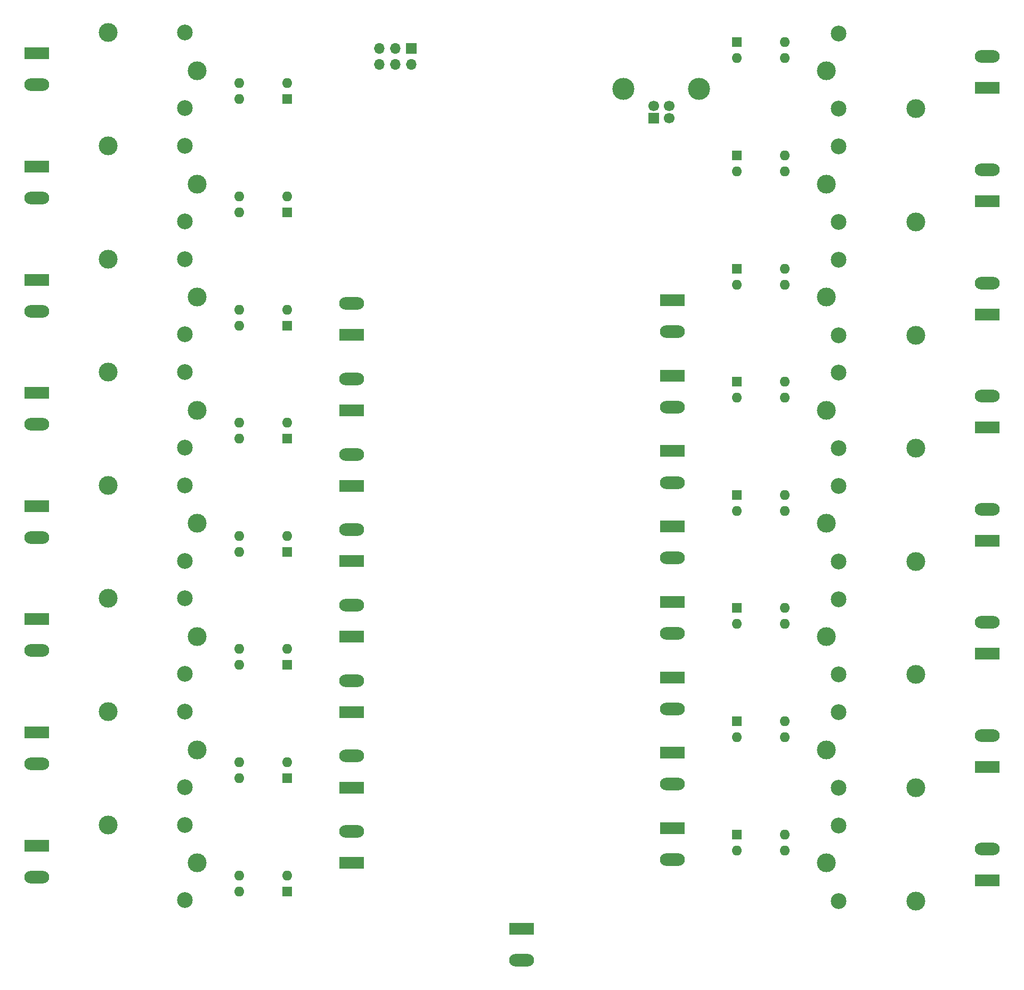
<source format=gbr>
%TF.GenerationSoftware,KiCad,Pcbnew,(6.0.7-1)-1*%
%TF.CreationDate,2023-01-13T01:44:41+01:00*%
%TF.ProjectId,Astraveus_Testtech,41737472-6176-4657-9573-5f5465737474,0.1*%
%TF.SameCoordinates,Original*%
%TF.FileFunction,Soldermask,Bot*%
%TF.FilePolarity,Negative*%
%FSLAX46Y46*%
G04 Gerber Fmt 4.6, Leading zero omitted, Abs format (unit mm)*
G04 Created by KiCad (PCBNEW (6.0.7-1)-1) date 2023-01-13 01:44:41*
%MOMM*%
%LPD*%
G01*
G04 APERTURE LIST*
%ADD10R,3.960000X1.980000*%
%ADD11O,3.960000X1.980000*%
%ADD12C,3.000000*%
%ADD13C,2.500000*%
%ADD14R,1.600000X1.600000*%
%ADD15O,1.600000X1.600000*%
%ADD16R,1.700000X1.700000*%
%ADD17C,1.700000*%
%ADD18C,3.500000*%
%ADD19O,1.700000X1.700000*%
G04 APERTURE END LIST*
D10*
%TO.C,J27*%
X180750000Y-120750000D03*
D11*
X180750000Y-115750000D03*
%TD*%
D10*
%TO.C,J9*%
X130718750Y-124500000D03*
D11*
X130718750Y-129500000D03*
%TD*%
D12*
%TO.C,K11*%
X55250000Y-154000000D03*
D13*
X53300000Y-147950000D03*
D12*
X41100000Y-147950000D03*
D13*
X53300000Y-159950000D03*
%TD*%
D10*
%TO.C,J26*%
X29750000Y-115250000D03*
D11*
X29750000Y-120250000D03*
%TD*%
D10*
%TO.C,J5*%
X130718750Y-100500000D03*
D11*
X130718750Y-105500000D03*
%TD*%
D14*
%TO.C,U25*%
X69500000Y-104525000D03*
D15*
X69500000Y-101985000D03*
X61880000Y-101985000D03*
X61880000Y-104525000D03*
%TD*%
D14*
%TO.C,U35*%
X69500000Y-194525000D03*
D15*
X69500000Y-191985000D03*
X61880000Y-191985000D03*
X61880000Y-194525000D03*
%TD*%
D10*
%TO.C,J24*%
X29750000Y-97250000D03*
D11*
X29750000Y-102250000D03*
%TD*%
D14*
%TO.C,U33*%
X69500000Y-176525000D03*
D15*
X69500000Y-173985000D03*
X61880000Y-173985000D03*
X61880000Y-176525000D03*
%TD*%
D16*
%TO.C,J2*%
X127750000Y-71577500D03*
D17*
X130250000Y-71577500D03*
X130250000Y-69577500D03*
X127750000Y-69577500D03*
D18*
X135020000Y-66867500D03*
X122980000Y-66867500D03*
%TD*%
D14*
%TO.C,U28*%
X141000000Y-113475000D03*
D15*
X141000000Y-116015000D03*
X148620000Y-116015000D03*
X148620000Y-113475000D03*
%TD*%
D12*
%TO.C,K9*%
X55250000Y-136000000D03*
D13*
X53300000Y-129950000D03*
D12*
X41100000Y-129950000D03*
D13*
X53300000Y-141950000D03*
%TD*%
D10*
%TO.C,J11*%
X130718750Y-136500000D03*
D11*
X130718750Y-141500000D03*
%TD*%
D14*
%TO.C,U22*%
X141000000Y-59475000D03*
D15*
X141000000Y-62015000D03*
X148620000Y-62015000D03*
X148620000Y-59475000D03*
%TD*%
D12*
%TO.C,K13*%
X55250000Y-172000000D03*
D13*
X53300000Y-165950000D03*
D12*
X41100000Y-165950000D03*
D13*
X53300000Y-177950000D03*
%TD*%
D12*
%TO.C,K8*%
X155250000Y-118000000D03*
D13*
X157200000Y-124050000D03*
D12*
X169400000Y-124050000D03*
D13*
X157200000Y-112050000D03*
%TD*%
D12*
%TO.C,K5*%
X55250000Y-100000000D03*
D13*
X53300000Y-93950000D03*
D12*
X41100000Y-93950000D03*
D13*
X53300000Y-105950000D03*
%TD*%
D10*
%TO.C,J3*%
X106750000Y-200485000D03*
D11*
X106750000Y-205485000D03*
%TD*%
D10*
%TO.C,J23*%
X180750000Y-84750000D03*
D11*
X180750000Y-79750000D03*
%TD*%
D10*
%TO.C,J16*%
X79779879Y-178012500D03*
D11*
X79779879Y-173012500D03*
%TD*%
D10*
%TO.C,J28*%
X29750000Y-133250000D03*
D11*
X29750000Y-138250000D03*
%TD*%
D14*
%TO.C,U23*%
X69500000Y-86525000D03*
D15*
X69500000Y-83985000D03*
X61880000Y-83985000D03*
X61880000Y-86525000D03*
%TD*%
D10*
%TO.C,J14*%
X79779879Y-166012500D03*
D11*
X79779879Y-161012500D03*
%TD*%
D10*
%TO.C,J7*%
X130718750Y-112500000D03*
D11*
X130718750Y-117500000D03*
%TD*%
D10*
%TO.C,J30*%
X29750000Y-151250000D03*
D11*
X29750000Y-156250000D03*
%TD*%
D14*
%TO.C,U27*%
X69500000Y-122525000D03*
D15*
X69500000Y-119985000D03*
X61880000Y-119985000D03*
X61880000Y-122525000D03*
%TD*%
D14*
%TO.C,U26*%
X141000000Y-95475000D03*
D15*
X141000000Y-98015000D03*
X148620000Y-98015000D03*
X148620000Y-95475000D03*
%TD*%
D12*
%TO.C,K7*%
X55250000Y-118000000D03*
D13*
X53300000Y-111950000D03*
D12*
X41100000Y-111950000D03*
D13*
X53300000Y-123950000D03*
%TD*%
D10*
%TO.C,J31*%
X180750000Y-156750000D03*
D11*
X180750000Y-151750000D03*
%TD*%
D10*
%TO.C,J20*%
X29750000Y-61250000D03*
D11*
X29750000Y-66250000D03*
%TD*%
D10*
%TO.C,J6*%
X79779879Y-118012500D03*
D11*
X79779879Y-113012500D03*
%TD*%
D10*
%TO.C,J29*%
X180750000Y-138750000D03*
D11*
X180750000Y-133750000D03*
%TD*%
D12*
%TO.C,K1*%
X55250000Y-64000000D03*
D13*
X53300000Y-57950000D03*
D12*
X41100000Y-57950000D03*
D13*
X53300000Y-69950000D03*
%TD*%
D10*
%TO.C,J34*%
X29750000Y-187250000D03*
D11*
X29750000Y-192250000D03*
%TD*%
D10*
%TO.C,J22*%
X29750000Y-79250000D03*
D11*
X29750000Y-84250000D03*
%TD*%
D10*
%TO.C,J19*%
X130718750Y-184500000D03*
D11*
X130718750Y-189500000D03*
%TD*%
D10*
%TO.C,J35*%
X180750000Y-192750000D03*
D11*
X180750000Y-187750000D03*
%TD*%
D10*
%TO.C,J21*%
X180750000Y-66749999D03*
D11*
X180750000Y-61749999D03*
%TD*%
D14*
%TO.C,U24*%
X141000000Y-77475000D03*
D15*
X141000000Y-80015000D03*
X148620000Y-80015000D03*
X148620000Y-77475000D03*
%TD*%
D14*
%TO.C,U30*%
X141000000Y-131475000D03*
D15*
X141000000Y-134015000D03*
X148620000Y-134015000D03*
X148620000Y-131475000D03*
%TD*%
D14*
%TO.C,U34*%
X141000000Y-167475000D03*
D15*
X141000000Y-170015000D03*
X148620000Y-170015000D03*
X148620000Y-167475000D03*
%TD*%
D12*
%TO.C,K4*%
X155250000Y-82000000D03*
D13*
X157200000Y-88050000D03*
D12*
X169400000Y-88050000D03*
D13*
X157200000Y-76050000D03*
%TD*%
D12*
%TO.C,K12*%
X155250000Y-154000000D03*
D13*
X157200000Y-160050000D03*
D12*
X169400000Y-160050000D03*
D13*
X157200000Y-148050000D03*
%TD*%
D14*
%TO.C,U32*%
X141000000Y-149475000D03*
D15*
X141000000Y-152015000D03*
X148620000Y-152015000D03*
X148620000Y-149475000D03*
%TD*%
D10*
%TO.C,J12*%
X79779879Y-154012500D03*
D11*
X79779879Y-149012500D03*
%TD*%
D10*
%TO.C,J25*%
X180750000Y-102750000D03*
D11*
X180750000Y-97750000D03*
%TD*%
D10*
%TO.C,J10*%
X79779879Y-142012500D03*
D11*
X79779879Y-137012500D03*
%TD*%
D10*
%TO.C,J15*%
X130718750Y-160500000D03*
D11*
X130718750Y-165500000D03*
%TD*%
D12*
%TO.C,K6*%
X155250000Y-100000000D03*
D13*
X157200000Y-106050000D03*
D12*
X169400000Y-106050000D03*
D13*
X157200000Y-94050000D03*
%TD*%
D14*
%TO.C,U31*%
X69500000Y-158525000D03*
D15*
X69500000Y-155985000D03*
X61880000Y-155985000D03*
X61880000Y-158525000D03*
%TD*%
D12*
%TO.C,K15*%
X55250000Y-190000000D03*
D13*
X53300000Y-183950000D03*
D12*
X41100000Y-183950000D03*
D13*
X53300000Y-195950000D03*
%TD*%
D10*
%TO.C,J33*%
X180750000Y-174750000D03*
D11*
X180750000Y-169750000D03*
%TD*%
D10*
%TO.C,J8*%
X79779879Y-130012500D03*
D11*
X79779879Y-125012500D03*
%TD*%
D12*
%TO.C,K16*%
X155250000Y-190000000D03*
D13*
X157200000Y-196050000D03*
D12*
X169400000Y-196050000D03*
D13*
X157200000Y-184050000D03*
%TD*%
D10*
%TO.C,J32*%
X29750000Y-169250000D03*
D11*
X29750000Y-174250000D03*
%TD*%
D14*
%TO.C,U21*%
X69500000Y-68525000D03*
D15*
X69500000Y-65985000D03*
X61880000Y-65985000D03*
X61880000Y-68525000D03*
%TD*%
D10*
%TO.C,J17*%
X130718750Y-172500000D03*
D11*
X130718750Y-177500000D03*
%TD*%
D10*
%TO.C,J18*%
X79779879Y-190012500D03*
D11*
X79779879Y-185012500D03*
%TD*%
D12*
%TO.C,K3*%
X55250000Y-82000000D03*
D13*
X53300000Y-75950000D03*
D12*
X41100000Y-75950000D03*
D13*
X53300000Y-87950000D03*
%TD*%
D10*
%TO.C,J13*%
X130718750Y-148500000D03*
D11*
X130718750Y-153500000D03*
%TD*%
D12*
%TO.C,K2*%
X155250000Y-64000000D03*
D13*
X157200000Y-70050000D03*
D12*
X169400000Y-70050000D03*
D13*
X157200000Y-58050000D03*
%TD*%
D10*
%TO.C,J4*%
X79779879Y-106012500D03*
D11*
X79779879Y-101012500D03*
%TD*%
D14*
%TO.C,U29*%
X69500000Y-140525000D03*
D15*
X69500000Y-137985000D03*
X61880000Y-137985000D03*
X61880000Y-140525000D03*
%TD*%
D12*
%TO.C,K14*%
X155250000Y-172000000D03*
D13*
X157200000Y-178050000D03*
D12*
X169400000Y-178050000D03*
D13*
X157200000Y-166050000D03*
%TD*%
D12*
%TO.C,K10*%
X155250000Y-136000000D03*
D13*
X157200000Y-142050000D03*
D12*
X169400000Y-142050000D03*
D13*
X157200000Y-130050000D03*
%TD*%
D14*
%TO.C,U36*%
X141000000Y-185475000D03*
D15*
X141000000Y-188015000D03*
X148620000Y-188015000D03*
X148620000Y-185475000D03*
%TD*%
D16*
%TO.C,J1*%
X89275000Y-60475000D03*
D19*
X89275000Y-63015000D03*
X86735000Y-60475000D03*
X86735000Y-63015000D03*
X84195000Y-60475000D03*
X84195000Y-63015000D03*
%TD*%
M02*

</source>
